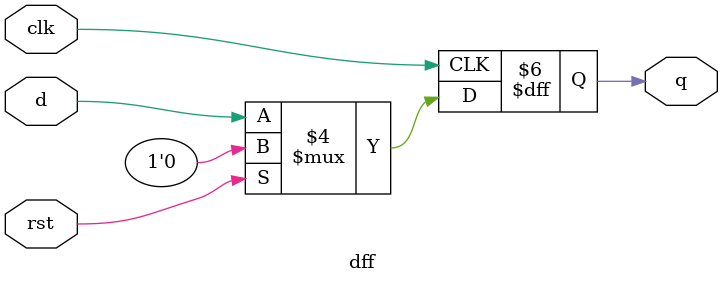
<source format=v>

module dff (d,rst,clk,q);

//port declaration
input d,rst,clk;
output reg q;

//implementation
always @(posedge clk)
  begin
  if(rst==1'b1)
    q <= 1'b0;
  else
    q <= d;
  end
endmodule

</source>
